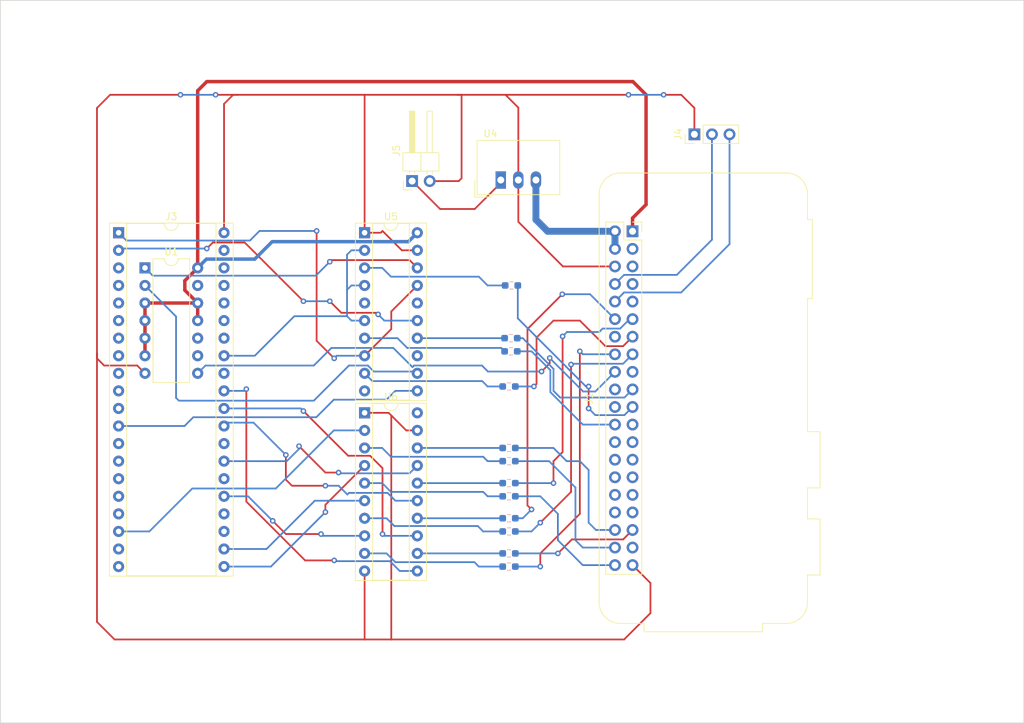
<source format=kicad_pcb>
(kicad_pcb (version 20221018) (generator pcbnew)
  (title_block (title "HD-Speccys") (date "2023-05-15") (rev "1A") (company "RA Sewell"))
  (layers (0 "F.Cu" signal) (31 "B.Cu" signal) (34 "B.Paste" user) (35 "F.Paste" user) (36 "B.SilkS" user "B.Silkscreen") (37 "F.SilkS" user "F.Silkscreen") (38 "B.Mask" user) (39 "F.Mask" user) (44 "Edge.Cuts" user))
  (net 0 "")
  (net 1 "VDDA")
  (net 2 "VDD")
  (net 5 "GND")
  (net 7 "Net-(J1-SD6_(TXD0))")
  (net 8 "Net-(J1-SD7_(RXD0))")
  (net 9 "Net-(J1-SD9)")
  (net 10 "Net-(J1-SD10)")
  (net 11 "Net-(J1-GPIO27)")
  (net 12 "Net-(J1-SD14)")
  (net 13 "Net-(J1-SD15)")
  (net 14 "Net-(J1-SD16_(DREQ))")
  (net 15 "Net-(J1-SD2)")
  (net 16 "Net-(J1-SD1)")
  (net 19 "Net-(J1-SD0)")
  (net 26 "Net-(J1-SD11)")
  (net 27 "Net-(J1-SD8)")
  (net 28 "Net-(J1-SD12)")
  (net 29 "Net-(J1-SD13)")
  (net 30 "Net-(J5-VCC)")
  (net 33 "Net-(U5-1Y2)")
  (net 34 "Net-(U5-2Y0)")
  (net 35 "Net-(U5-2Y2)")
  (net 36 "Net-(U5-2Y3)")
  (net 37 "Net-(U6-1Y0)")
  (net 38 "Net-(U6-1Y1)")
  (net 39 "Net-(U6-1Y2)")
  (net 40 "Net-(U6-1Y3)")
  (net 41 "Net-(U6-2Y0)")
  (net 42 "Net-(U6-2Y1)")
  (net 43 "Net-(U6-2Y2)")
  (net 44 "Net-(U6-2Y3)")
  (net 45 "Net-(U5-1Y0)")
  (net 46 "Net-(U5-1Y3)")
  (net 49 "Net-(J3-{slash}CAS)")
  (net 50 "Net-(J3-{slash}WR)")
  (net 60 "Net-(J3-{slash}INT)")
  (net 66 "Net-(J3-D0)")
  (net 69 "Net-(J3-D1)")
  (net 70 "Net-(J3-D2)")
  (net 73 "Net-(J3-D3)")
  (net 75 "Net-(J3-D4)")
  (net 77 "Net-(J3-D5)")
  (net 78 "Net-(J3-D6)")
  (net 79 "Net-(J3-D7)")
  (net 81 "Net-(J3-{slash}IOREQ)")
  (footprint "Package_DIP:DIP-20_W7.62mm_Socket" (layer "F.Cu") (at 112.9825 114.5575)
    (fp_text reference "U6")
    (fp_text value "74HC244")
  )
  (footprint "Connector_PinHeader_2.54mm:PinHeader_1x02_P2.54mm_Horizontal" (layer "F.Cu") (at 119.855 81.055 90)
    (fp_text reference "J5")
    (fp_text value "POWER 9-20VDC")
  )
  (footprint "Module:Raspberry_Pi_Zero_Socketed_THT_FaceDown_MountingHoles" (layer "F.Cu") (at 151.7175 88.3125)
    (fp_text reference "J1")
    (fp_text value "PI_ZERO_2x20")
  )
  (footprint "Package_DIP:DIP-40_W15.24mm_Socket" (layer "F.Cu") (at 77.4225 88.5225)
    (fp_text reference "J3")
    (fp_text value "ULA_SOCKET_02x20")
  )
  (footprint "Converter_DCDC:Converter_DCDC_TRACO_TSR-1_THT" (layer "F.Cu") (at 132.6675 80.9025)
    (fp_text reference "U4")
    (fp_text value "TSR_1-2450")
  )
  (footprint "Package_DIP:DIP-20_W7.62mm_Socket" (layer "F.Cu") (at 112.9825 88.5225)
    (fp_text reference "U5")
    (fp_text value "74HC244")
  )
  (footprint "Package_DIP:DIP-14_W7.62mm" (layer "F.Cu") (at 81.2325 93.6025)
    (fp_text reference "U1")
    (fp_text value "74LS30")
  )
  (footprint "Connector_PinHeader_2.54mm:PinHeader_1x03_P2.54mm_Vertical" (layer "F.Cu") (at 160.655 74.295 90)
    (fp_text reference "J4")
    (fp_text value "Conn_01x03_Pin")
  )
  (footprint "Resistor_SMD:R_0603_1608Metric_Pad0.98x0.95mm_HandSolder" (layer "B.Cu") (at 133.8575 129.7975 180)
    (fp_text reference "R11" hide)
    (fp_text value "R" hide)
  )
  (footprint "Resistor_SMD:R_0603_1608Metric_Pad0.98x0.95mm_HandSolder" (layer "B.Cu") (at 134.135 103.7625 180)
    (fp_text reference "R4" hide)
    (fp_text value "R" hide)
  )
  (footprint "Resistor_SMD:R_0603_1608Metric_Pad0.98x0.95mm_HandSolder" (layer "B.Cu") (at 133.8575 136.7825 180)
    (fp_text reference "R16" hide)
    (fp_text value "R" hide)
  )
  (footprint "Resistor_SMD:R_0603_1608Metric_Pad0.98x0.95mm_HandSolder" (layer "B.Cu") (at 133.8575 121.5425 180)
    (fp_text reference "R13" hide)
    (fp_text value "R" hide)
  )
  (footprint "Resistor_SMD:R_0603_1608Metric_Pad0.98x0.95mm_HandSolder" (layer "B.Cu") (at 133.8575 124.7175 180)
    (fp_text reference "R10" hide)
    (fp_text value "R" hide)
  )
  (footprint "Resistor_SMD:R_0603_1608Metric_Pad0.98x0.95mm_HandSolder" (layer "B.Cu") (at 133.8575 134.8775 180)
    (fp_text reference "R12" hide)
    (fp_text value "R" hide)
  )
  (footprint "Resistor_SMD:R_0603_1608Metric_Pad0.98x0.95mm_HandSolder" (layer "B.Cu") (at 133.8575 110.7475 180)
    (fp_text reference "R8" hide)
    (fp_text value "R" hide)
  )
  (footprint "Resistor_SMD:R_0603_1608Metric_Pad0.98x0.95mm_HandSolder" (layer "B.Cu") (at 133.8575 119.6375 180)
    (fp_text reference "R9" hide)
    (fp_text value "R" hide)
  )
  (footprint "Resistor_SMD:R_0603_1608Metric_Pad0.98x0.95mm_HandSolder" (layer "B.Cu") (at 134.215 96.1425 180)
    (fp_text reference "R6" hide)
    (fp_text value "R" hide)
  )
  (footprint "Resistor_SMD:R_0603_1608Metric_Pad0.98x0.95mm_HandSolder" (layer "B.Cu") (at 133.8575 126.6225 180)
    (fp_text reference "R14" hide)
    (fp_text value "R" hide)
  )
  (footprint "Resistor_SMD:R_0603_1608Metric_Pad0.98x0.95mm_HandSolder" (layer "B.Cu") (at 133.8575 131.7025 180)
    (fp_text reference "R15" hide)
    (fp_text value "R" hide)
  )
  (footprint "Resistor_SMD:R_0603_1608Metric_Pad0.98x0.95mm_HandSolder" (layer "B.Cu") (at 134.135 105.6675 180)
    (fp_text reference "R7" hide)
    (fp_text value "R" hide)
  )
  (gr_poly (pts (xy 60.325 159.385) (xy 60.325 85.4075) (xy 60.325 54.9275) (xy 135.5725 54.9275) (xy 208.28 54.9275) (xy 208.28 92.71) (xy 208.28 120.015) (xy 208.28 136.525) (xy 208.28 159.385) (xy 155.2575 159.385) (xy 128.5875 159.385)) (stroke (width 0.1)) (fill none) (layer "Edge.Cuts"))
  (segment (start 90.17 66.675) (end 88.8525 67.9925) (width 0.5) (layer "F.Cu") (net 1))
  (segment (start 88.8525 67.9925) (end 88.8525 93.6025) (width 0.5) (layer "F.Cu") (net 1))
  (segment (start 151.765 66.675) (end 90.17 66.675) (width 0.5) (layer "F.Cu") (net 1))
  (segment (start 88.8525 98.6825) (end 88.8525 101.2225) (width 0.5) (layer "F.Cu") (net 1))
  (segment (start 153.67 68.58) (end 151.765 66.675) (width 0.5) (layer "F.Cu") (net 1))
  (segment (start 151.7175 86.4075) (end 153.67 84.455) (width 0.5) (layer "F.Cu") (net 1))
  (segment (start 81.2325 98.6825) (end 88.8525 98.6825) (width 0.5) (layer "F.Cu") (net 1))
  (segment (start 151.7175 88.3125) (end 151.7175 86.4075) (width 0.5) (layer "F.Cu") (net 1))
  (segment (start 153.67 84.455) (end 153.67 68.58) (width 0.5) (layer "F.Cu") (net 1))
  (segment (start 86.995 95.46) (end 88.8525 93.6025) (width 0.5) (layer "F.Cu") (net 1))
  (segment (start 88.8525 98.6825) (end 86.995 96.825) (width 0.5) (layer "F.Cu") (net 1))
  (segment (start 81.2325 106.3025) (end 81.2325 98.6825) (width 0.5) (layer "F.Cu") (net 1))
  (segment (start 86.995 96.825) (end 86.995 95.46) (width 0.5) (layer "F.Cu") (net 1))
  (segment (start 88.8525 93.6025) (end 90.1225 92.3325) (width 0.5) (layer "B.Cu") (net 1))
  (segment (start 97.1075 92.3325) (end 99.6275 89.8125) (width 0.5) (layer "B.Cu") (net 1))
  (segment (start 90.1225 92.3325) (end 97.1075 92.3325) (width 0.5) (layer "B.Cu") (net 1))
  (segment (start 119.3125 89.8125) (end 120.6025 88.5225) (width 0.5) (layer "B.Cu") (net 1))
  (segment (start 99.6275 89.8125) (end 119.3125 89.8125) (width 0.5) (layer "B.Cu") (net 1))
  (segment (start 149.1775 88.3125) (end 139.4425 88.3125) (width 1) (layer "B.Cu") (net 2))
  (segment (start 149.1775 90.8525) (end 149.1775 88.3125) (width 1) (layer "B.Cu") (net 2))
  (segment (start 139.4425 88.3125) (end 137.7475 86.6175) (width 1) (layer "B.Cu") (net 2))
  (segment (start 137.7475 86.6175) (end 137.7475 80.9025) (width 1) (layer "B.Cu") (net 2))
  (segment (start 141.6525 93.3925) (end 149.1775 93.3925) (width 0.25) (layer "F.Cu") (net 5))
  (segment (start 135.2075 80.9025) (end 135.2075 70.4375) (width 0.25) (layer "F.Cu") (net 5))
  (segment (start 76.2 68.58) (end 86.36 68.58) (width 0.25) (layer "F.Cu") (net 5))
  (segment (start 115.57 88.265) (end 115.3125 88.5225) (width 0.25) (layer "F.Cu") (net 5))
  (segment (start 112.9825 114.5575) (end 116.4625 114.5575) (width 0.25) (layer "F.Cu") (net 5))
  (segment (start 81.2325 108.8425) (end 80.1075 107.7175) (width 0.25) (layer "F.Cu") (net 5))
  (segment (start 135.2075 80.9025) (end 135.2075 86.9475) (width 0.25) (layer "F.Cu") (net 5))
  (segment (start 154.305 143.51) (end 154.305 139.16) (width 0.25) (layer "F.Cu") (net 5))
  (segment (start 160.655 70.485) (end 160.655 74.295) (width 0.25) (layer "F.Cu") (net 5))
  (segment (start 118.3675 91.0625) (end 115.57 88.265) (width 0.25) (layer "F.Cu") (net 5))
  (segment (start 75.3325 107.7175) (end 74.295 106.68) (width 0.25) (layer "F.Cu") (net 5))
  (segment (start 122.395 81.055) (end 126.59 81.055) (width 0.25) (layer "F.Cu") (net 5))
  (segment (start 150.495 147.32) (end 154.305 143.51) (width 0.25) (layer "F.Cu") (net 5))
  (segment (start 127 80.645) (end 127 68.58) (width 0.25) (layer "F.Cu") (net 5))
  (segment (start 80.1075 107.7175) (end 75.3325 107.7175) (width 0.25) (layer "F.Cu") (net 5))
  (segment (start 116.84 147.32) (end 150.495 147.32) (width 0.25) (layer "F.Cu") (net 5))
  (segment (start 113.03 147.32) (end 116.84 147.32) (width 0.25) (layer "F.Cu") (net 5))
  (segment (start 93.98 68.58) (end 92.6625 69.8975) (width 0.25) (layer "F.Cu") (net 5))
  (segment (start 112.9825 147.2725) (end 113.03 147.32) (width 0.25) (layer "F.Cu") (net 5))
  (segment (start 135.2075 70.4375) (end 133.35 68.58) (width 0.25) (layer "F.Cu") (net 5))
  (segment (start 94.615 68.58) (end 93.98 68.58) (width 0.25) (layer "F.Cu") (net 5))
  (segment (start 74.295 106.045) (end 74.295 144.78) (width 0.25) (layer "F.Cu") (net 5))
  (segment (start 119.0025 117.0975) (end 120.6025 117.0975) (width 0.25) (layer "F.Cu") (net 5))
  (segment (start 154.305 139.16) (end 151.7175 136.5725) (width 0.25) (layer "F.Cu") (net 5))
  (segment (start 116.84 147.32) (end 116.84 114.935) (width 0.25) (layer "F.Cu") (net 5))
  (segment (start 112.9825 88.5225) (end 112.9825 68.6275) (width 0.25) (layer "F.Cu") (net 5))
  (segment (start 116.84 114.935) (end 119.0025 117.0975) (width 0.25) (layer "F.Cu") (net 5))
  (segment (start 113.03 68.58) (end 94.615 68.58) (width 0.25) (layer "F.Cu") (net 5))
  (segment (start 158.75 68.58) (end 160.655 70.485) (width 0.25) (layer "F.Cu") (net 5))
  (segment (start 74.295 106.045) (end 74.295 70.485) (width 0.25) (layer "F.Cu") (net 5))
  (segment (start 156.21 68.58) (end 158.75 68.58) (width 0.25) (layer "F.Cu") (net 5))
  (segment (start 127 68.58) (end 126.365 68.58) (width 0.25) (layer "F.Cu") (net 5))
  (segment (start 133.35 68.58) (end 126.365 68.58) (width 0.25) (layer "F.Cu") (net 5))
  (segment (start 92.6625 69.8975) (end 92.6625 88.5225) (width 0.25) (layer "F.Cu") (net 5))
  (segment (start 76.835 147.32) (end 113.03 147.32) (width 0.25) (layer "F.Cu") (net 5))
  (segment (start 112.9825 137.4175) (end 112.9825 147.2725) (width 0.25) (layer "F.Cu") (net 5))
  (segment (start 126.59 81.055) (end 127 80.645) (width 0.25) (layer "F.Cu") (net 5))
  (segment (start 74.295 70.485) (end 76.2 68.58) (width 0.25) (layer "F.Cu") (net 5))
  (segment (start 115.3125 88.5225) (end 112.9825 88.5225) (width 0.25) (layer "F.Cu") (net 5))
  (segment (start 135.2075 86.9475) (end 141.6525 93.3925) (width 0.25) (layer "F.Cu") (net 5))
  (segment (start 133.35 68.58) (end 151.13 68.58) (width 0.25) (layer "F.Cu") (net 5))
  (segment (start 112.9825 68.6275) (end 113.03 68.58) (width 0.25) (layer "F.Cu") (net 5))
  (segment (start 120.6025 91.0625) (end 118.3675 91.0625) (width 0.25) (layer "F.Cu") (net 5))
  (segment (start 126.365 68.58) (end 113.03 68.58) (width 0.25) (layer "F.Cu") (net 5))
  (segment (start 74.295 106.68) (end 74.295 106.045) (width 0.25) (layer "F.Cu") (net 5))
  (segment (start 74.295 144.78) (end 76.835 147.32) (width 0.25) (layer "F.Cu") (net 5))
  (segment (start 91.44 68.58) (end 94.615 68.58) (width 0.25) (layer "F.Cu") (net 5))
  (segment (start 116.4625 114.5575) (end 116.84 114.935) (width 0.25) (layer "F.Cu") (net 5))
  (via (at 91.44 68.58) (size 0.8) (drill 0.4) (layers "F.Cu" "B.Cu") (net 5))
  (via (at 86.36 68.58) (size 0.8) (drill 0.4) (layers "F.Cu" "B.Cu") (net 5))
  (via (at 156.21 68.58) (size 0.8) (drill 0.4) (layers "F.Cu" "B.Cu") (net 5))
  (via (at 151.13 68.58) (size 0.8) (drill 0.4) (layers "F.Cu" "B.Cu") (net 5))
  (segment (start 151.13 68.58) (end 156.21 68.58) (width 0.25) (layer "B.Cu") (net 5))
  (segment (start 86.36 68.58) (end 91.44 68.58) (width 0.25) (layer "B.Cu") (net 5))
  (segment (start 163.195 74.295) (end 163.195 89.535) (width 0.25) (layer "B.Cu") (net 7))
  (segment (start 163.195 89.535) (end 158.115 94.615) (width 0.25) (layer "B.Cu") (net 7))
  (segment (start 150.495 94.615) (end 149.1775 95.9325) (width 0.25) (layer "B.Cu") (net 7))
  (segment (start 158.115 94.615) (end 150.495 94.615) (width 0.25) (layer "B.Cu") (net 7))
  (segment (start 165.735 90.17) (end 158.75 97.155) (width 0.25) (layer "B.Cu") (net 8))
  (segment (start 165.735 74.295) (end 165.735 90.17) (width 0.25) (layer "B.Cu") (net 8))
  (segment (start 150.495 97.155) (end 149.1775 98.4725) (width 0.25) (layer "B.Cu") (net 8))
  (segment (start 158.75 97.155) (end 150.495 97.155) (width 0.25) (layer "B.Cu") (net 8))
  (segment (start 141.605 103.505) (end 141.605 120.225) (width 0.25) (layer "F.Cu") (net 9))
  (segment (start 141.605 120.225) (end 140.2875 121.5425) (width 0.25) (layer "F.Cu") (net 9))
  (segment (start 140.2875 121.5425) (end 140.2875 124.7175) (width 0.25) (layer "F.Cu") (net 9))
  (via (at 141.605 103.505) (size 0.8) (drill 0.4) (layers "F.Cu" "B.Cu") (net 9))
  (via (at 140.2875 124.7175) (size 0.8) (drill 0.4) (layers "F.Cu" "B.Cu") (net 9))
  (segment (start 149.9275 102.3775) (end 151.2925 101.0125) (width 0.25) (layer "B.Cu") (net 9))
  (segment (start 151.2925 101.0125) (end 151.7175 101.0125) (width 0.25) (layer "B.Cu") (net 9))
  (segment (start 141.605 103.505) (end 142.24 102.87) (width 0.25) (layer "B.Cu") (net 9))
  (segment (start 147.3875 102.3775) (end 149.9275 102.3775) (width 0.25) (layer "B.Cu") (net 9))
  (segment (start 142.24 102.87) (end 146.895 102.87) (width 0.25) (layer "B.Cu") (net 9))
  (segment (start 146.895 102.87) (end 147.3875 102.3775) (width 0.25) (layer "B.Cu") (net 9))
  (segment (start 134.77 124.7175) (end 140.2875 124.7175) (width 0.25) (layer "B.Cu") (net 9))
  (segment (start 136.525 102.445) (end 141.5575 97.4125) (width 0.25) (layer "F.Cu") (net 10))
  (segment (start 136.525 127.94) (end 136.525 102.445) (width 0.25) (layer "F.Cu") (net 10))
  (segment (start 137.1125 128.5275) (end 136.525 127.94) (width 0.25) (layer "F.Cu") (net 10))
  (via (at 137.1125 128.5275) (size 0.8) (drill 0.4) (layers "F.Cu" "B.Cu") (net 10))
  (via (at 141.5575 97.4125) (size 0.8) (drill 0.4) (layers "F.Cu" "B.Cu") (net 10))
  (segment (start 141.5575 97.4125) (end 145.5775 97.4125) (width 0.25) (layer "B.Cu") (net 10))
  (segment (start 145.5775 97.4125) (end 149.1775 101.0125) (width 0.25) (layer "B.Cu") (net 10))
  (segment (start 135.8425 129.7975) (end 137.1125 128.5275) (width 0.25) (layer "B.Cu") (net 10))
  (segment (start 134.77 129.7975) (end 135.8425 129.7975) (width 0.25) (layer "B.Cu") (net 10))
  (segment (start 144.0975 101.2225) (end 147.7925 104.9175) (width 0.25) (layer "F.Cu") (net 11))
  (segment (start 150.3525 104.9175) (end 151.7175 103.5525) (width 0.25) (layer "F.Cu") (net 11))
  (segment (start 137.4595 110.7475) (end 137.837 110.37) (width 0.25) (layer "F.Cu") (net 11))
  (segment (start 140.2875 101.2225) (end 144.0975 101.2225) (width 0.25) (layer "F.Cu") (net 11))
  (segment (start 137.837 103.673) (end 140.2875 101.2225) (width 0.25) (layer "F.Cu") (net 11))
  (segment (start 137.837 110.37) (end 137.837 103.673) (width 0.25) (layer "F.Cu") (net 11))
  (segment (start 147.7925 104.9175) (end 150.3525 104.9175) (width 0.25) (layer "F.Cu") (net 11))
  (via (at 137.4595 110.7475) (size 0.8) (drill 0.4) (layers "F.Cu" "B.Cu") (net 11))
  (segment (start 137.4595 110.7475) (end 134.77 110.7475) (width 0.25) (layer "B.Cu") (net 11))
  (segment (start 142.8275 107.5725) (end 142.8275 125.9875) (width 0.25) (layer "F.Cu") (net 12))
  (segment (start 142.8275 125.9875) (end 138.3825 130.4325) (width 0.25) (layer "F.Cu") (net 12))
  (via (at 138.3825 130.4325) (size 0.8) (drill 0.4) (layers "F.Cu" "B.Cu") (net 12))
  (via (at 142.8275 107.5725) (size 0.8) (drill 0.4) (layers "F.Cu" "B.Cu") (net 12))
  (segment (start 137.1125 131.7025) (end 138.3825 130.4325) (width 0.25) (layer "B.Cu") (net 12))
  (segment (start 150.3525 107.4575) (end 151.7175 106.0925) (width 0.25) (layer "B.Cu") (net 12))
  (segment (start 142.9425 107.4575) (end 150.3525 107.4575) (width 0.25) (layer "B.Cu") (net 12))
  (segment (start 142.8275 107.5725) (end 142.9425 107.4575) (width 0.25) (layer "B.Cu") (net 12))
  (segment (start 134.77 131.7025) (end 137.1125 131.7025) (width 0.25) (layer "B.Cu") (net 12))
  (segment (start 138.3825 136.7825) (end 138.3825 134.8775) (width 0.25) (layer "F.Cu") (net 13))
  (segment (start 138.3825 134.8775) (end 144.0975 129.1625) (width 0.25) (layer "F.Cu") (net 13))
  (segment (start 144.0975 129.1625) (end 144.0975 105.6675) (width 0.25) (layer "F.Cu") (net 13))
  (via (at 138.3825 136.7825) (size 0.8) (drill 0.4) (layers "F.Cu" "B.Cu") (net 13))
  (via (at 144.0975 105.6675) (size 0.8) (drill 0.4) (layers "F.Cu" "B.Cu") (net 13))
  (segment (start 144.5225 106.0925) (end 149.1775 106.0925) (width 0.25) (layer "B.Cu") (net 13))
  (segment (start 144.0975 105.6675) (end 144.5225 106.0925) (width 0.25) (layer "B.Cu") (net 13))
  (segment (start 134.77 136.7825) (end 138.3825 136.7825) (width 0.25) (layer "B.Cu") (net 13))
  (segment (start 138.5615 108.585) (end 139.742997 107.403503) (width 0.25) (layer "F.Cu") (net 14))
  (segment (start 139.742997 107.403503) (end 139.742997 106.637003) (width 0.25) (layer "F.Cu") (net 14))
  (via (at 139.742997 106.637003) (size 0.8) (drill 0.4) (layers "F.Cu" "B.Cu") (net 14))
  (via (at 138.5615 108.585) (size 0.8) (drill 0.4) (layers "F.Cu" "B.Cu") (net 14))
  (segment (start 117.131509 105.1775) (end 108.1825 105.1775) (width 0.25) (layer "B.Cu") (net 14))
  (segment (start 146.3375 111.4725) (end 149.1775 108.6325) (width 0.25) (layer "B.Cu") (net 14))
  (segment (start 144.578494 111.4725) (end 146.3375 111.4725) (width 0.25) (layer "B.Cu") (net 14))
  (segment (start 105.6425 107.7175) (end 89.9775 107.7175) (width 0.25) (layer "B.Cu") (net 14))
  (segment (start 138.5615 108.585) (end 130.81 108.585) (width 0.25) (layer "B.Cu") (net 14))
  (segment (start 108.1825 105.1775) (end 105.6425 107.7175) (width 0.25) (layer "B.Cu") (net 14))
  (segment (start 139.742997 106.637003) (end 144.578494 111.4725) (width 0.25) (layer "B.Cu") (net 14))
  (segment (start 120.136509 107.7175) (end 119.904009 107.95) (width 0.25) (layer "B.Cu") (net 14))
  (segment (start 129.9425 107.7175) (end 120.136509 107.7175) (width 0.25) (layer "B.Cu") (net 14))
  (segment (start 119.904009 107.95) (end 117.131509 105.1775) (width 0.25) (layer "B.Cu") (net 14))
  (segment (start 130.81 108.585) (end 129.9425 107.7175) (width 0.25) (layer "B.Cu") (net 14))
  (segment (start 89.9775 107.7175) (end 88.8525 108.8425) (width 0.25) (layer "B.Cu") (net 14))
  (segment (start 135.0475 103.7625) (end 135.843896 103.7625) (width 0.25) (layer "B.Cu") (net 15))
  (segment (start 140.2875 108.206104) (end 140.2875 111.3825) (width 0.25) (layer "B.Cu") (net 15))
  (segment (start 141.2525 112.3475) (end 150.5425 112.3475) (width 0.25) (layer "B.Cu") (net 15))
  (segment (start 135.843896 103.7625) (end 140.2875 108.206104) (width 0.25) (layer "B.Cu") (net 15))
  (segment (start 140.2875 111.3825) (end 141.2525 112.3475) (width 0.25) (layer "B.Cu") (net 15))
  (segment (start 150.5425 112.3475) (end 151.7175 111.1725) (width 0.25) (layer "B.Cu") (net 15))
  (segment (start 145.3675 110.7475) (end 145.3675 113.9225) (width 0.25) (layer "F.Cu") (net 16))
  (via (at 145.3675 110.7475) (size 0.8) (drill 0.4) (layers "F.Cu" "B.Cu") (net 16))
  (via (at 145.3675 113.9225) (size 0.8) (drill 0.4) (layers "F.Cu" "B.Cu") (net 16))
  (segment (start 135.1275 96.1425) (end 135.1275 100.897805) (width 0.25) (layer "B.Cu") (net 16))
  (segment (start 144.977195 110.7475) (end 145.3675 110.7475) (width 0.25) (layer "B.Cu") (net 16))
  (segment (start 145.3675 113.9225) (end 146.3325 114.8875) (width 0.25) (layer "B.Cu") (net 16))
  (segment (start 150.5425 114.8875) (end 151.7175 113.7125) (width 0.25) (layer "B.Cu") (net 16))
  (segment (start 135.1275 100.897805) (end 144.977195 110.7475) (width 0.25) (layer "B.Cu") (net 16))
  (segment (start 146.3325 114.8875) (end 150.5425 114.8875) (width 0.25) (layer "B.Cu") (net 16))
  (segment (start 137.1125 105.6675) (end 139.8375 108.3925) (width 0.25) (layer "B.Cu") (net 19))
  (segment (start 135.0475 105.6675) (end 137.1125 105.6675) (width 0.25) (layer "B.Cu") (net 19))
  (segment (start 144.521104 116.2525) (end 149.1775 116.2525) (width 0.25) (layer "B.Cu") (net 19))
  (segment (start 139.8375 108.3925) (end 139.8375 111.568896) (width 0.25) (layer "B.Cu") (net 19))
  (segment (start 139.8375 111.568896) (end 144.521104 116.2525) (width 0.25) (layer "B.Cu") (net 19))
  (segment (start 140.9225 134.8775) (end 142.9425 132.8575) (width 0.25) (layer "F.Cu") (net 26))
  (segment (start 150.3525 132.8575) (end 151.7175 131.4925) (width 0.25) (layer "F.Cu") (net 26))
  (segment (start 142.9425 132.8575) (end 150.3525 132.8575) (width 0.25) (layer "F.Cu") (net 26))
  (via (at 140.9225 134.8775) (size 0.8) (drill 0.4) (layers "F.Cu" "B.Cu") (net 26))
  (segment (start 134.77 134.8775) (end 140.9225 134.8775) (width 0.25) (layer "B.Cu") (net 26))
  (segment (start 142.1925 121.5425) (end 144.0975 121.5425) (width 0.25) (layer "B.Cu") (net 27))
  (segment (start 144.0975 121.5425) (end 145.3675 122.8125) (width 0.25) (layer "B.Cu") (net 27))
  (segment (start 134.77 119.6375) (end 140.2875 119.6375) (width 0.25) (layer "B.Cu") (net 27))
  (segment (start 140.2875 119.6375) (end 142.1925 121.5425) (width 0.25) (layer "B.Cu") (net 27))
  (segment (start 146.4275 131.4925) (end 149.1775 131.4925) (width 0.25) (layer "B.Cu") (net 27))
  (segment (start 145.3675 122.8125) (end 145.3675 130.4325) (width 0.25) (layer "B.Cu") (net 27))
  (segment (start 145.3675 130.4325) (end 146.4275 131.4925) (width 0.25) (layer "B.Cu") (net 27))
  (segment (start 139.6525 121.5425) (end 143.4625 125.3525) (width 0.25) (layer "B.Cu") (net 28))
  (segment (start 143.4625 132.9725) (end 144.5225 134.0325) (width 0.25) (layer "B.Cu") (net 28))
  (segment (start 143.4625 125.3525) (end 143.4625 132.9725) (width 0.25) (layer "B.Cu") (net 28))
  (segment (start 144.5225 134.0325) (end 149.1775 134.0325) (width 0.25) (layer "B.Cu") (net 28))
  (segment (start 134.77 121.5425) (end 139.6525 121.5425) (width 0.25) (layer "B.Cu") (net 28))
  (segment (start 138.3825 126.6225) (end 140.9225 129.1625) (width 0.25) (layer "B.Cu") (net 29))
  (segment (start 140.9225 129.1625) (end 140.9225 132.9725) (width 0.25) (layer "B.Cu") (net 29))
  (segment (start 144.5225 136.5725) (end 149.1775 136.5725) (width 0.25) (layer "B.Cu") (net 29))
  (segment (start 140.9225 132.9725) (end 144.5225 136.5725) (width 0.25) (layer "B.Cu") (net 29))
  (segment (start 134.77 126.6225) (end 138.3825 126.6225) (width 0.25) (layer "B.Cu") (net 29))
  (segment (start 132.6675 81.3275) (end 128.905 85.09) (width 0.25) (layer "F.Cu") (net 30))
  (segment (start 123.89 85.09) (end 119.855 81.055) (width 0.25) (layer "F.Cu") (net 30))
  (segment (start 132.6675 80.9025) (end 132.6675 81.3275) (width 0.25) (layer "F.Cu") (net 30))
  (segment (start 128.905 85.09) (end 123.89 85.09) (width 0.25) (layer "F.Cu") (net 30))
  (segment (start 120.6025 103.7625) (end 133.2225 103.7625) (width 0.25) (layer "B.Cu") (net 33))
  (segment (start 129.4925 94.8725) (end 130.7625 96.1425) (width 0.25) (layer "B.Cu") (net 34))
  (segment (start 116.7925 94.8725) (end 129.4925 94.8725) (width 0.25) (layer "B.Cu") (net 34))
  (segment (start 130.7625 96.1425) (end 133.3025 96.1425) (width 0.25) (layer "B.Cu") (net 34))
  (segment (start 112.9825 93.6025) (end 115.5225 93.6025) (width 0.25) (layer "B.Cu") (net 34))
  (segment (start 115.5225 93.6025) (end 116.7925 94.8725) (width 0.25) (layer "B.Cu") (net 34))
  (segment (start 133.2225 105.6675) (end 132.7325 105.1775) (width 0.25) (layer "B.Cu") (net 35))
  (segment (start 132.7325 105.1775) (end 119.1475 105.1775) (width 0.25) (layer "B.Cu") (net 35))
  (segment (start 119.1475 105.1775) (end 117.7325 103.7625) (width 0.25) (layer "B.Cu") (net 35))
  (segment (start 117.7325 103.7625) (end 112.9825 103.7625) (width 0.25) (layer "B.Cu") (net 35))
  (segment (start 132.945 110.7475) (end 130.7625 110.7475) (width 0.25) (layer "B.Cu") (net 36))
  (segment (start 114.1075 109.9675) (end 112.9825 108.8425) (width 0.25) (layer "B.Cu") (net 36))
  (segment (start 130.7625 110.7475) (end 129.9825 109.9675) (width 0.25) (layer "B.Cu") (net 36))
  (segment (start 129.9825 109.9675) (end 114.1075 109.9675) (width 0.25) (layer "B.Cu") (net 36))
  (segment (start 120.6025 119.6375) (end 132.945 119.6375) (width 0.25) (layer "B.Cu") (net 37))
  (segment (start 120.6025 124.7175) (end 132.945 124.7175) (width 0.25) (layer "B.Cu") (net 38))
  (segment (start 120.6025 129.7975) (end 132.945 129.7975) (width 0.25) (layer "B.Cu") (net 39))
  (segment (start 120.6025 134.8775) (end 132.945 134.8775) (width 0.25) (layer "B.Cu") (net 40))
  (segment (start 130.7625 121.5425) (end 132.945 121.5425) (width 0.25) (layer "B.Cu") (net 41))
  (segment (start 115.5225 119.6375) (end 116.7925 120.9075) (width 0.25) (layer "B.Cu") (net 41))
  (segment (start 130.1275 120.9075) (end 130.7625 121.5425) (width 0.25) (layer "B.Cu") (net 41))
  (segment (start 116.7925 120.9075) (end 130.1275 120.9075) (width 0.25) (layer "B.Cu") (net 41))
  (segment (start 112.9825 119.6375) (end 115.5225 119.6375) (width 0.25) (layer "B.Cu") (net 41))
  (segment (start 116.7925 125.9875) (end 130.1275 125.9875) (width 0.25) (layer "B.Cu") (net 42))
  (segment (start 112.9825 124.7175) (end 115.5225 124.7175) (width 0.25) (layer "B.Cu") (net 42))
  (segment (start 130.1275 125.9875) (end 130.7625 126.6225) (width 0.25) (layer "B.Cu") (net 42))
  (segment (start 130.7625 126.6225) (end 132.945 126.6225) (width 0.25) (layer "B.Cu") (net 42))
  (segment (start 115.5225 124.7175) (end 116.7925 125.9875) (width 0.25) (layer "B.Cu") (net 42))
  (segment (start 117.2825 130.9225) (end 129.3475 130.9225) (width 0.25) (layer "B.Cu") (net 43))
  (segment (start 112.9825 129.7975) (end 116.1575 129.7975) (width 0.25) (layer "B.Cu") (net 43))
  (segment (start 130.1275 131.7025) (end 132.945 131.7025) (width 0.25) (layer "B.Cu") (net 43))
  (segment (start 116.1575 129.7975) (end 117.2825 130.9225) (width 0.25) (layer "B.Cu") (net 43))
  (segment (start 129.3475 130.9225) (end 130.1275 131.7025) (width 0.25) (layer "B.Cu") (net 43))
  (segment (start 116.1575 134.8775) (end 117.4275 136.1475) (width 0.25) (layer "B.Cu") (net 44))
  (segment (start 128.8575 136.1475) (end 129.4925 136.7825) (width 0.25) (layer "B.Cu") (net 44))
  (segment (start 112.9825 134.8775) (end 116.1575 134.8775) (width 0.25) (layer "B.Cu") (net 44))
  (segment (start 129.4925 136.7825) (end 132.945 136.7825) (width 0.25) (layer "B.Cu") (net 44))
  (segment (start 117.4275 136.1475) (end 128.8575 136.1475) (width 0.25) (layer "B.Cu") (net 44))
  (segment (start 119.4775 92.4775) (end 120.6025 93.6025) (width 0.25) (layer "F.Cu") (net 45))
  (segment (start 107.95 92.71) (end 108.1825 92.4775) (width 0.25) (layer "F.Cu") (net 45))
  (segment (start 108.1825 92.4775) (end 119.4775 92.4775) (width 0.25) (layer "F.Cu") (net 45))
  (via (at 107.95 92.71) (size 0.8) (drill 0.4) (layers "F.Cu" "B.Cu") (net 45))
  (segment (start 82.3575 94.7275) (end 105.9325 94.7275) (width 0.25) (layer "B.Cu") (net 45))
  (segment (start 105.9325 94.7275) (end 107.95 92.71) (width 0.25) (layer "B.Cu") (net 45))
  (segment (start 81.2325 93.6025) (end 82.3575 94.7275) (width 0.25) (layer "B.Cu") (net 45))
  (segment (start 105.6425 112.7975) (end 110.7225 107.7175) (width 0.25) (layer "B.Cu") (net 46))
  (segment (start 81.2325 96.1425) (end 85.725 100.635) (width 0.25) (layer "B.Cu") (net 46))
  (segment (start 85.725 100.635) (end 85.725 112.395) (width 0.25) (layer "B.Cu") (net 46))
  (segment (start 114.315991 108.585) (end 120.345 108.585) (width 0.25) (layer "B.Cu") (net 46))
  (segment (start 113.448491 107.7175) (end 114.315991 108.585) (width 0.25) (layer "B.Cu") (net 46))
  (segment (start 85.725 112.395) (end 86.1275 112.7975) (width 0.25) (layer "B.Cu") (net 46))
  (segment (start 86.1275 112.7975) (end 105.6425 112.7975) (width 0.25) (layer "B.Cu") (net 46))
  (segment (start 110.7225 107.7175) (end 113.448491 107.7175) (width 0.25) (layer "B.Cu") (net 46))
  (segment (start 120.345 108.585) (end 120.6025 108.8425) (width 0.25) (layer "B.Cu") (net 46))
  (segment (start 106.045 88.265) (end 106.045 104.14) (width 0.25) (layer "F.Cu") (net 49))
  (segment (start 112.9825 106.3025) (end 116.84 102.445) (width 0.25) (layer "F.Cu") (net 49))
  (segment (start 106.045 104.14) (end 108.585 106.68) (width 0.25) (layer "F.Cu") (net 49))
  (segment (start 116.84 99.905) (end 120.6025 96.1425) (width 0.25) (layer "F.Cu") (net 49))
  (segment (start 116.84 102.445) (end 116.84 99.905) (width 0.25) (layer "F.Cu") (net 49))
  (via (at 108.585 106.68) (size 0.8) (drill 0.4) (layers "F.Cu" "B.Cu") (net 49))
  (via (at 106.045 88.265) (size 0.8) (drill 0.4) (layers "F.Cu" "B.Cu") (net 49))
  (segment (start 78.5475 89.6475) (end 96.4075 89.6475) (width 0.25) (layer "B.Cu") (net 49))
  (segment (start 108.585 106.68) (end 108.9625 106.3025) (width 0.25) (layer "B.Cu") (net 49))
  (segment (start 97.79 88.265) (end 106.045 88.265) (width 0.25) (layer "B.Cu") (net 49))
  (segment (start 108.9625 106.3025) (end 112.9825 106.3025) (width 0.25) (layer "B.Cu") (net 49))
  (segment (start 96.4075 89.6475) (end 97.79 88.265) (width 0.25) (layer "B.Cu") (net 49))
  (segment (start 77.4225 88.5225) (end 78.5475 89.6475) (width 0.25) (layer "B.Cu") (net 49))
  (segment (start 109.6225 100.0975) (end 114.7025 100.0975) (width 0.25) (layer "F.Cu") (net 50))
  (segment (start 107.95 98.425) (end 109.6225 100.0975) (width 0.25) (layer "F.Cu") (net 50))
  (segment (start 95.6525 89.9375) (end 104.14 98.425) (width 0.25) (layer "F.Cu") (net 50))
  (segment (start 90.17 90.805) (end 91.0375 89.9375) (width 0.25) (layer "F.Cu") (net 50))
  (segment (start 114.7025 100.0975) (end 114.935 100.33) (width 0.25) (layer "F.Cu") (net 50))
  (segment (start 91.0375 89.9375) (end 95.6525 89.9375) (width 0.25) (layer "F.Cu") (net 50))
  (via (at 107.95 98.425) (size 0.8) (drill 0.4) (layers "F.Cu" "B.Cu") (net 50))
  (via (at 114.935 100.33) (size 0.8) (drill 0.4) (layers "F.Cu" "B.Cu") (net 50))
  (via (at 104.14 98.425) (size 0.8) (drill 0.4) (layers "F.Cu" "B.Cu") (net 50))
  (via (at 90.17 90.805) (size 0.8) (drill 0.4) (layers "F.Cu" "B.Cu") (net 50))
  (segment (start 77.165 90.805) (end 90.17 90.805) (width 0.25) (layer "B.Cu") (net 50))
  (segment (start 115.8275 101.2225) (end 120.6025 101.2225) (width 0.25) (layer "B.Cu") (net 50))
  (segment (start 114.935 100.33) (end 115.8275 101.2225) (width 0.25) (layer "B.Cu") (net 50))
  (segment (start 77.4225 91.0625) (end 77.165 90.805) (width 0.25) (layer "B.Cu") (net 50))
  (segment (start 104.14 98.425) (end 107.95 98.425) (width 0.25) (layer "B.Cu") (net 50))
  (segment (start 116.1575 112.6525) (end 117.4275 111.3825) (width 0.25) (layer "B.Cu") (net 60))
  (segment (start 86.9475 116.4625) (end 88.2175 115.1925) (width 0.25) (layer "B.Cu") (net 60))
  (segment (start 108.5375 112.6525) (end 116.1575 112.6525) (width 0.25) (layer "B.Cu") (net 60))
  (segment (start 117.4275 111.3825) (end 120.6025 111.3825) (width 0.25) (layer "B.Cu") (net 60))
  (segment (start 105.9975 115.1925) (end 108.5375 112.6525) (width 0.25) (layer "B.Cu") (net 60))
  (segment (start 77.4225 116.4625) (end 86.9475 116.4625) (width 0.25) (layer "B.Cu") (net 60))
  (segment (start 88.2175 115.1925) (end 105.9975 115.1925) (width 0.25) (layer "B.Cu") (net 60))
  (segment (start 108.5375 117.0975) (end 112.9825 117.0975) (width 0.25) (layer "B.Cu") (net 66))
  (segment (start 88.0725 125.4975) (end 100.1375 125.4975) (width 0.25) (layer "B.Cu") (net 66))
  (segment (start 81.8675 131.7025) (end 88.0725 125.4975) (width 0.25) (layer "B.Cu") (net 66))
  (segment (start 100.1375 125.4975) (end 108.5375 117.0975) (width 0.25) (layer "B.Cu") (net 66))
  (segment (start 77.4225 131.7025) (end 81.8675 131.7025) (width 0.25) (layer "B.Cu") (net 66))
  (segment (start 107.315 127.845) (end 112.9825 122.1775) (width 0.25) (layer "F.Cu") (net 69))
  (segment (start 107.315 128.905) (end 107.315 127.845) (width 0.25) (layer "F.Cu") (net 69))
  (via (at 107.315 128.905) (size 0.8) (drill 0.4) (layers "F.Cu" "B.Cu") (net 69))
  (segment (start 92.6625 136.7825) (end 99.4375 136.7825) (width 0.25) (layer "B.Cu") (net 69))
  (segment (start 99.4375 136.7825) (end 107.315 128.905) (width 0.25) (layer "B.Cu") (net 69))
  (segment (start 98.8025 134.2425) (end 105.7875 127.2575) (width 0.25) (layer "B.Cu") (net 70))
  (segment (start 92.6625 134.2425) (end 98.8025 134.2425) (width 0.25) (layer "B.Cu") (net 70))
  (segment (start 105.7875 127.2575) (end 112.9825 127.2575) (width 0.25) (layer "B.Cu") (net 70))
  (segment (start 99.695 130.175) (end 101.6 132.08) (width 0.25) (layer "F.Cu") (net 73))
  (segment (start 101.6 132.08) (end 106.68 132.08) (width 0.25) (layer "F.Cu") (net 73))
  (via (at 106.68 132.08) (size 0.8) (drill 0.4) (layers "F.Cu" "B.Cu") (net 73))
  (via (at 99.695 130.175) (size 0.8) (drill 0.4) (layers "F.Cu" "B.Cu") (net 73))
  (segment (start 92.6625 126.6225) (end 96.1425 126.6225) (width 0.25) (layer "B.Cu") (net 73))
  (segment (start 96.1425 126.6225) (end 99.695 130.175) (width 0.25) (layer "B.Cu") (net 73))
  (segment (start 106.68 132.08) (end 106.9375 132.3375) (width 0.25) (layer "B.Cu") (net 73))
  (segment (start 106.9375 132.3375) (end 112.9825 132.3375) (width 0.25) (layer "B.Cu") (net 73))
  (segment (start 103.505 119.38) (end 107.315 123.19) (width 0.25) (layer "F.Cu") (net 75))
  (segment (start 107.315 123.19) (end 109.22 123.19) (width 0.25) (layer "F.Cu") (net 75))
  (via (at 109.22 123.19) (size 0.8) (drill 0.4) (layers "F.Cu" "B.Cu") (net 75))
  (via (at 103.505 119.38) (size 0.8) (drill 0.4) (layers "F.Cu" "B.Cu") (net 75))
  (segment (start 109.22 123.19) (end 109.3325 123.3025) (width 0.25) (layer "B.Cu") (net 75))
  (segment (start 92.6625 121.5425) (end 101.732805 121.5425) (width 0.25) (layer "B.Cu") (net 75))
  (segment (start 101.732805 121.5425) (end 103.505 119.770305) (width 0.25) (layer "B.Cu") (net 75))
  (segment (start 109.3325 123.3025) (end 119.4775 123.3025) (width 0.25) (layer "B.Cu") (net 75))
  (segment (start 103.505 119.770305) (end 103.505 119.38) (width 0.25) (layer "B.Cu") (net 75))
  (segment (start 119.4775 123.3025) (end 120.6025 122.1775) (width 0.25) (layer "B.Cu") (net 75))
  (segment (start 101.6 120.65) (end 101.6 124.215305) (width 0.25) (layer "F.Cu") (net 77))
  (segment (start 102.479695 125.095) (end 107.315 125.095) (width 0.25) (layer "F.Cu") (net 77))
  (segment (start 101.6 124.215305) (end 102.479695 125.095) (width 0.25) (layer "F.Cu") (net 77))
  (via (at 101.6 120.65) (size 0.8) (drill 0.4) (layers "F.Cu" "B.Cu") (net 77))
  (via (at 107.315 125.095) (size 0.8) (drill 0.4) (layers "F.Cu" "B.Cu") (net 77))
  (segment (start 117.426104 127.2575) (end 120.6025 127.2575) (width 0.25) (layer "B.Cu") (net 77))
  (segment (start 93.1525 115.9725) (end 96.9225 115.9725) (width 0.25) (layer "B.Cu") (net 77))
  (segment (start 109.22 125.095) (end 110.49 126.365) (width 0.25) (layer "B.Cu") (net 77))
  (segment (start 96.9225 115.9725) (end 101.6 120.65) (width 0.25) (layer "B.Cu") (net 77))
  (segment (start 92.6625 116.4625) (end 93.1525 115.9725) (width 0.25) (layer "B.Cu") (net 77))
  (segment (start 107.315 125.095) (end 109.22 125.095) (width 0.25) (layer "B.Cu") (net 77))
  (segment (start 110.49 126.365) (end 110.7225 126.1325) (width 0.25) (layer "B.Cu") (net 77))
  (segment (start 116.301104 126.1325) (end 117.426104 127.2575) (width 0.25) (layer "B.Cu") (net 77))
  (segment (start 110.7225 126.1325) (end 116.301104 126.1325) (width 0.25) (layer "B.Cu") (net 77))
  (segment (start 113.7775 120.7625) (end 115.57 122.555) (width 0.25) (layer "F.Cu") (net 78))
  (segment (start 104.14 114.3) (end 110.6025 120.7625) (width 0.25) (layer "F.Cu") (net 78))
  (segment (start 110.6025 120.7625) (end 113.7775 120.7625) (width 0.25) (layer "F.Cu") (net 78))
  (segment (start 115.57 122.555) (end 115.57 132.08) (width 0.25) (layer "F.Cu") (net 78))
  (via (at 104.14 114.3) (size 0.8) (drill 0.4) (layers "F.Cu" "B.Cu") (net 78))
  (via (at 115.57 132.08) (size 0.8) (drill 0.4) (layers "F.Cu" "B.Cu") (net 78))
  (segment (start 115.8275 132.3375) (end 120.6025 132.3375) (width 0.25) (layer "B.Cu") (net 78))
  (segment (start 103.7625 113.9225) (end 104.14 114.3) (width 0.25) (layer "B.Cu") (net 78))
  (segment (start 92.6625 113.9225) (end 103.7625 113.9225) (width 0.25) (layer "B.Cu") (net 78))
  (segment (start 115.57 132.08) (end 115.8275 132.3375) (width 0.25) (layer "B.Cu") (net 78))
  (segment (start 95.885 111.125) (end 95.885 127.390305) (width 0.25) (layer "F.Cu") (net 79))
  (segment (start 95.885 127.390305) (end 104.384695 135.89) (width 0.25) (layer "F.Cu") (net 79))
  (segment (start 104.384695 135.89) (end 108.585 135.89) (width 0.25) (layer "F.Cu") (net 79))
  (via (at 108.585 135.89) (size 0.8) (drill 0.4) (layers "F.Cu" "B.Cu") (net 79))
  (via (at 95.885 111.125) (size 0.8) (drill 0.4) (layers "F.Cu" "B.Cu") (net 79))
  (segment (start 95.6275 111.3825) (end 95.885 111.125) (width 0.25) (layer "B.Cu") (net 79))
  (segment (start 116.646104 136.0025) (end 118.061104 137.4175) (width 0.25) (layer "B.Cu") (net 79))
  (segment (start 108.585 135.89) (end 108.6975 136.0025) (width 0.25) (layer "B.Cu") (net 79))
  (segment (start 108.6975 136.0025) (end 116.646104 136.0025) (width 0.25) (layer "B.Cu") (net 79))
  (segment (start 118.061104 137.4175) (end 120.6025 137.4175) (width 0.25) (layer "B.Cu") (net 79))
  (segment (start 92.6625 111.3825) (end 95.6275 111.3825) (width 0.25) (layer "B.Cu") (net 79))
  (segment (start 111.0775 101.2225) (end 112.9825 101.2225) (width 0.25) (layer "B.Cu") (net 81))
  (segment (start 111.0775 91.0625) (end 110.4425 91.6975) (width 0.25) (layer "B.Cu") (net 81))
  (segment (start 110.4425 91.6975) (end 110.4425 96.7775) (width 0.25) (layer "B.Cu") (net 81))
  (segment (start 110.4425 100.5875) (end 111.0775 101.2225) (width 0.25) (layer "B.Cu") (net 81))
  (segment (start 112.9825 91.0625) (end 111.0775 91.0625) (width 0.25) (layer "B.Cu") (net 81))
  (segment (start 111.0775 96.1425) (end 110.4425 96.7775) (width 0.25) (layer "B.Cu") (net 81))
  (segment (start 97.1075 106.3025) (end 102.8225 100.5875) (width 0.25) (layer "B.Cu") (net 81))
  (segment (start 92.6625 106.3025) (end 97.1075 106.3025) (width 0.25) (layer "B.Cu") (net 81))
  (segment (start 110.4425 96.7775) (end 110.4425 100.5875) (width 0.25) (layer "B.Cu") (net 81))
  (segment (start 102.8225 100.5875) (end 110.4425 100.5875) (width 0.25) (layer "B.Cu") (net 81))
  (segment (start 112.9825 96.1425) (end 111.0775 96.1425) (width 0.25) (layer "B.Cu") (net 81))
)
</source>
